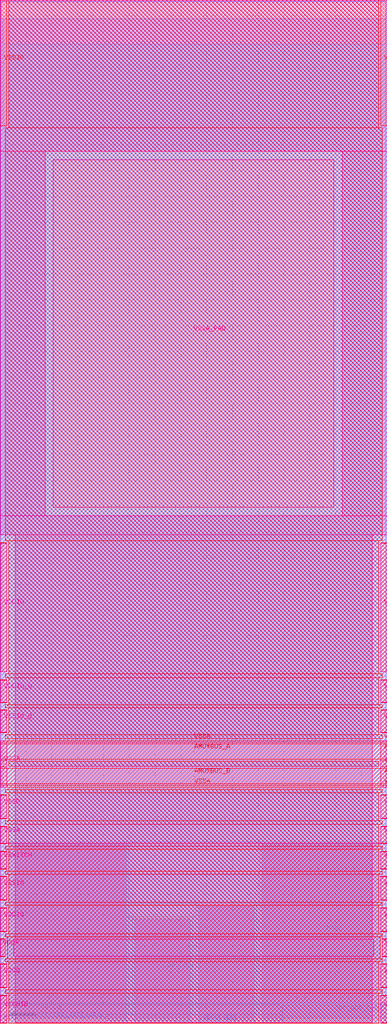
<source format=lef>
VERSION 5.7 ;
  NOWIREEXTENSIONATPIN ON ;
  DIVIDERCHAR "/" ;
  BUSBITCHARS "[]" ;
MACRO sky130_ef_io__vssa_lvc_pad
  CLASS PAD POWER ;
  FOREIGN sky130_ef_io__vssa_lvc_pad ;
  ORIGIN 0.000 0.000 ;
  SIZE 75.000 BY 197.965 ;
  PIN AMUXBUS_A
    DIRECTION INOUT ;
    USE SIGNAL ;
    PORT
      LAYER met4 ;
        RECT 0.000 51.090 75.000 54.070 ;
    END
    PORT
      LAYER met4 ;
        RECT 73.730 51.090 75.000 54.070 ;
    END
  END AMUXBUS_A
  PIN AMUXBUS_B
    DIRECTION INOUT ;
    USE SIGNAL ;
    PORT
      LAYER met4 ;
        RECT 0.000 46.330 75.000 49.310 ;
    END
    PORT
      LAYER met4 ;
        RECT 73.730 46.330 75.000 49.310 ;
    END
  END AMUXBUS_B
  PIN DRN_LVC1
    DIRECTION INOUT ;
    USE POWER ;
    PORT
      LAYER met3 ;
        RECT 26.000 -0.035 36.880 20.185 ;
    END
  END DRN_LVC1
  PIN DRN_LVC2
    DIRECTION INOUT ;
    USE POWER ;
    PORT
      LAYER met3 ;
        RECT 38.380 -0.035 49.255 22.865 ;
    END
  END DRN_LVC2
  PIN SRC_BDY_LVC1
    DIRECTION INOUT ;
    USE GROUND ;
    PORT
      LAYER met2 ;
        RECT 0.500 -0.035 20.495 1.450 ;
    END
  END SRC_BDY_LVC1
  PIN SRC_BDY_LVC2
    DIRECTION INOUT ;
    USE GROUND ;
    PORT
      LAYER met2 ;
        RECT 54.715 -0.035 74.700 3.625 ;
    END
  END SRC_BDY_LVC2
  PIN BDY2_B2B
    DIRECTION INOUT ;
    USE GROUND ;
    PORT
      LAYER met2 ;
        RECT 34.440 -0.035 44.440 0.290 ;
    END
  END BDY2_B2B
  PIN VSSA_PAD
    DIRECTION INOUT ;
    USE GROUND ;
    PORT
      LAYER met5 ;
        RECT 10.270 99.865 64.670 167.130 ;
    END
  END VSSA_PAD
  PIN VSSA
    DIRECTION INOUT ;
    USE GROUND ;
    PORT
      LAYER met4 ;
        RECT 0.000 34.700 1.270 38.150 ;
    END
    PORT
      LAYER met4 ;
        RECT 0.000 54.370 75.000 54.700 ;
    END
    PORT
      LAYER met4 ;
        RECT 0.000 49.610 1.270 50.790 ;
    END
    PORT
      LAYER met4 ;
        RECT 0.000 45.700 75.000 46.030 ;
    END
    PORT
      LAYER met4 ;
        RECT 73.730 34.700 75.000 38.150 ;
    END
    PORT
      LAYER met4 ;
        RECT 73.730 45.700 75.000 46.030 ;
    END
    PORT
      LAYER met4 ;
        RECT 73.730 54.370 75.000 54.700 ;
    END
    PORT
      LAYER met4 ;
        RECT 73.730 49.610 75.000 50.790 ;
    END
    PORT
      LAYER met5 ;
        RECT 0.000 34.805 1.270 38.050 ;
    END
    PORT
      LAYER met5 ;
        RECT 0.000 45.700 1.270 54.700 ;
    END
    PORT
      LAYER met5 ;
        RECT 73.730 34.805 75.000 38.050 ;
    END
    PORT
      LAYER met5 ;
        RECT 73.730 45.700 75.000 54.700 ;
    END
    PORT
      LAYER met3 ;
        RECT 0.500 -0.035 24.500 34.725 ;
    END
    PORT
      LAYER met3 ;
        RECT 50.755 -0.035 74.700 34.725 ;
    END
  END VSSA
  PIN VDDA
    DIRECTION INOUT ;
    USE POWER ;
    PORT
      LAYER met4 ;
        RECT 0.000 12.900 0.965 16.350 ;
    END
    PORT
      LAYER met4 ;
        RECT 74.035 12.900 75.000 16.350 ;
    END
    PORT
      LAYER met5 ;
        RECT 0.000 13.000 0.965 16.250 ;
    END
    PORT
      LAYER met5 ;
        RECT 74.035 13.000 75.000 16.250 ;
    END
  END VDDA
  PIN VSWITCH
    DIRECTION INOUT ;
    USE POWER ;
    PORT
      LAYER met4 ;
        RECT 0.000 29.850 1.270 33.300 ;
    END
    PORT
      LAYER met4 ;
        RECT 73.730 29.850 75.000 33.300 ;
    END
    PORT
      LAYER met5 ;
        RECT 0.000 29.950 1.270 33.200 ;
    END
    PORT
      LAYER met5 ;
        RECT 73.730 29.950 75.000 33.200 ;
    END
  END VSWITCH
  PIN VDDIO_Q
    DIRECTION INOUT ;
    USE POWER ;
    PORT
      LAYER met4 ;
        RECT 0.000 62.050 1.270 66.500 ;
    END
    PORT
      LAYER met4 ;
        RECT 73.730 62.050 75.000 66.500 ;
    END
    PORT
      LAYER met5 ;
        RECT 0.000 62.150 1.270 66.400 ;
    END
    PORT
      LAYER met5 ;
        RECT 73.730 62.150 75.000 66.400 ;
    END
  END VDDIO_Q
  PIN VCCHIB
    DIRECTION INOUT ;
    USE POWER ;
    PORT
      LAYER met4 ;
        RECT 0.000 0.000 1.270 5.450 ;
    END
    PORT
      LAYER met4 ;
        RECT 73.730 0.000 75.000 5.450 ;
    END
    PORT
      LAYER met5 ;
        RECT 0.000 0.100 1.270 5.350 ;
    END
    PORT
      LAYER met5 ;
        RECT 73.730 0.100 75.000 5.350 ;
    END
  END VCCHIB
  PIN VDDIO
    DIRECTION INOUT ;
    USE POWER ;
    PORT
      LAYER met4 ;
        RECT 0.000 68.000 1.270 92.965 ;
    END
    PORT
      LAYER met4 ;
        RECT 0.000 17.750 1.270 22.400 ;
    END
    PORT
      LAYER met4 ;
        RECT 73.730 68.000 75.000 92.965 ;
    END
    PORT
      LAYER met4 ;
        RECT 73.730 17.750 75.000 22.400 ;
    END
    PORT
      LAYER met5 ;
        RECT 0.000 17.850 1.270 22.300 ;
    END
    PORT
      LAYER met5 ;
        RECT 0.000 68.000 1.270 92.950 ;
    END
    PORT
      LAYER met5 ;
        RECT 73.730 17.850 75.000 22.300 ;
    END
    PORT
      LAYER met5 ;
        RECT 73.730 68.000 75.000 92.950 ;
    END
  END VDDIO
  PIN VCCD
    DIRECTION INOUT ;
    USE POWER ;
    PORT
      LAYER met4 ;
        RECT 0.000 6.850 1.270 11.500 ;
    END
    PORT
      LAYER met4 ;
        RECT 73.730 6.850 75.000 11.500 ;
    END
    PORT
      LAYER met5 ;
        RECT 0.000 6.950 1.270 11.400 ;
    END
    PORT
      LAYER met5 ;
        RECT 73.730 6.950 75.000 11.400 ;
    END
  END VCCD
  PIN VSSIO
    DIRECTION INOUT ;
    USE GROUND ;
    PORT
      LAYER met4 ;
        RECT 0.000 23.800 1.270 28.450 ;
    END
    PORT
      LAYER met4 ;
        RECT 0.000 173.750 1.270 197.965 ;
    END
    PORT
      LAYER met4 ;
        RECT 73.730 173.750 75.000 197.965 ;
    END
    PORT
      LAYER met4 ;
        RECT 73.730 23.800 75.000 28.450 ;
    END
    PORT
      LAYER met5 ;
        RECT 0.000 23.900 1.270 28.350 ;
    END
    PORT
      LAYER met5 ;
        RECT 73.730 23.900 75.000 28.350 ;
    END
  END VSSIO
  PIN VSSD
    DIRECTION INOUT ;
    USE GROUND ;
    PORT
      LAYER met4 ;
        RECT 0.000 39.550 1.270 44.200 ;
    END
    PORT
      LAYER met4 ;
        RECT 73.730 39.550 75.000 44.200 ;
    END
    PORT
      LAYER met5 ;
        RECT 0.000 39.650 1.270 44.100 ;
    END
    PORT
      LAYER met5 ;
        RECT 73.730 39.650 75.000 44.100 ;
    END
  END VSSD
  PIN VSSIO_Q
    DIRECTION INOUT ;
    USE GROUND ;
    PORT
      LAYER met4 ;
        RECT 0.000 56.200 1.270 60.650 ;
    END
    PORT
      LAYER met4 ;
        RECT 73.730 56.200 75.000 60.650 ;
    END
    PORT
      LAYER met5 ;
        RECT 0.000 56.300 1.270 60.550 ;
    END
    PORT
      LAYER met5 ;
        RECT 73.730 56.300 75.000 60.550 ;
    END
  END VSSIO_Q
  OBS
      LAYER li1 ;
        RECT 0.240 0.985 74.755 197.745 ;
      LAYER met1 ;
        RECT 0.120 0.000 74.785 197.805 ;
        RECT 16.655 -0.035 25.635 0.000 ;
        POLYGON 25.635 0.000 25.670 0.000 25.635 -0.035 ;
        RECT 26.210 -0.035 27.700 0.000 ;
        POLYGON 28.235 0.000 28.270 0.000 28.270 -0.035 ;
        RECT 28.270 -0.035 56.565 0.000 ;
      LAYER met2 ;
        RECT 0.500 3.905 74.700 194.395 ;
        RECT 0.500 3.625 54.435 3.905 ;
        RECT 0.500 1.730 54.715 3.625 ;
        RECT 20.775 0.570 54.715 1.730 ;
        RECT 20.775 0.005 34.160 0.570 ;
        RECT 44.720 0.005 54.715 0.570 ;
        RECT 20.775 0.000 34.440 0.005 ;
        RECT 20.925 -0.035 34.440 0.000 ;
        RECT 44.440 0.000 54.715 0.005 ;
        RECT 44.440 -0.035 53.535 0.000 ;
        RECT 54.095 -0.035 54.715 0.000 ;
      LAYER met3 ;
        RECT 0.490 35.125 74.700 189.480 ;
        RECT 24.900 23.265 50.355 35.125 ;
        RECT 24.900 20.585 37.980 23.265 ;
        RECT 24.900 1.545 25.600 20.585 ;
        RECT 37.280 1.545 37.980 20.585 ;
        RECT 49.655 1.545 50.355 23.265 ;
      LAYER met4 ;
        RECT 1.670 173.350 73.330 197.965 ;
        RECT 0.965 93.365 74.035 173.350 ;
        RECT 1.670 67.600 73.330 93.365 ;
        RECT 0.965 66.900 74.035 67.600 ;
        RECT 1.670 61.650 73.330 66.900 ;
        RECT 0.965 61.050 74.035 61.650 ;
        RECT 1.670 55.800 73.330 61.050 ;
        RECT 0.965 55.100 74.035 55.800 ;
        RECT 1.670 49.710 73.330 50.690 ;
        RECT 0.965 44.600 74.035 45.300 ;
        RECT 1.670 39.150 73.330 44.600 ;
        RECT 0.965 38.550 74.035 39.150 ;
        RECT 1.670 34.300 73.330 38.550 ;
        RECT 0.965 33.700 74.035 34.300 ;
        RECT 1.670 29.450 73.330 33.700 ;
        RECT 0.965 28.850 74.035 29.450 ;
        RECT 1.670 23.400 73.330 28.850 ;
        RECT 0.965 22.800 74.035 23.400 ;
        RECT 1.670 17.350 73.330 22.800 ;
        RECT 0.965 16.750 74.035 17.350 ;
        RECT 1.365 12.500 73.635 16.750 ;
        RECT 0.965 11.900 74.035 12.500 ;
        RECT 1.670 6.450 73.330 11.900 ;
        RECT 0.965 5.850 74.035 6.450 ;
        RECT 1.670 0.000 73.330 5.850 ;
      LAYER met5 ;
        RECT 0.000 168.730 75.000 197.965 ;
        RECT 0.000 98.265 8.670 168.730 ;
        RECT 66.270 98.265 75.000 168.730 ;
        RECT 0.000 94.550 75.000 98.265 ;
        RECT 2.870 34.805 72.130 94.550 ;
        RECT 0.000 34.800 75.000 34.805 ;
        RECT 2.870 16.250 72.130 34.800 ;
        RECT 2.565 13.000 72.435 16.250 ;
        RECT 2.870 0.100 72.130 13.000 ;
  END
END sky130_ef_io__vssa_lvc_pad
END LIBRARY


</source>
